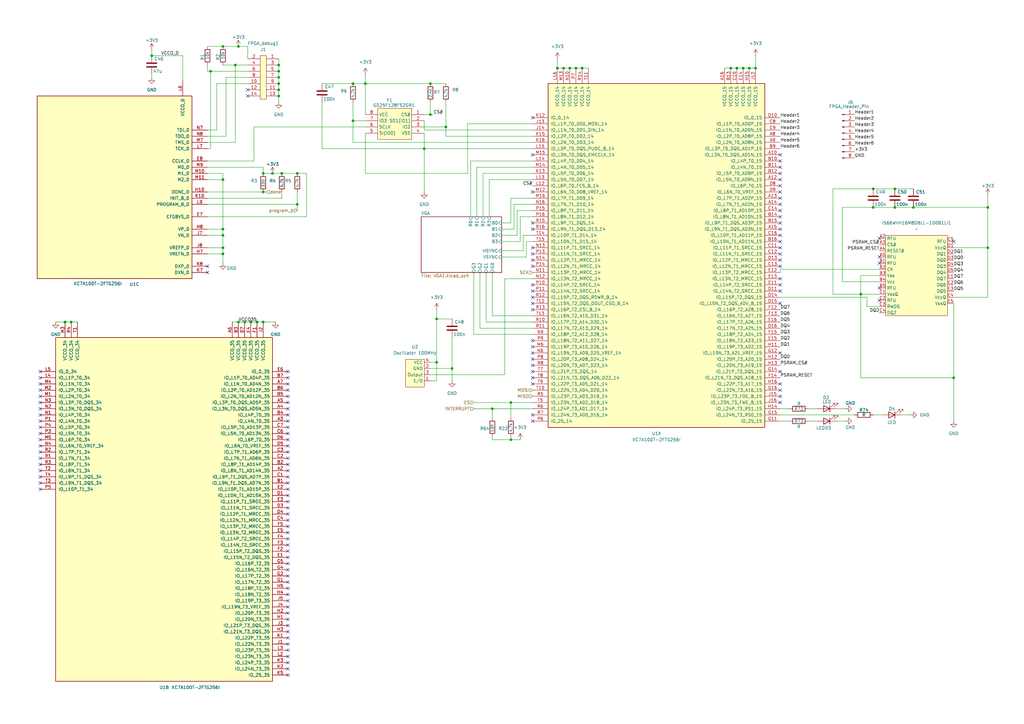
<source format=kicad_sch>
(kicad_sch (version 20250114) (generator "eeschema") (generator_version "9.0")
  (paper "A3")
  (junction (at 228.6 27.94))
  (junction (at 353.06 120.65))
  (junction (at 391.16 154.94))
  (junction (at 176.53 46.99))
  (junction (at 114.3 29.21))
  (junction (at 144.78 49.53))
  (junction (at 29.21 132.08))
  (junction (at 107.95 132.08))
  (junction (at 176.53 34.29))
  (junction (at 121.92 71.12))
  (junction (at 105.41 132.08))
  (junction (at 107.95 78.74))
  (junction (at 114.3 26.67))
  (junction (at 182.88 52.07))
  (junction (at 367.03 77.47))
  (junction (at 86.36 29.21))
  (junction (at 358.14 77.47))
  (junction (at 91.44 104.14))
  (junction (at 114.3 36.83))
  (junction (at 97.79 132.08))
  (junction (at 111.76 71.12))
  (junction (at 309.88 27.94))
  (junction (at 91.44 101.6))
  (junction (at 238.76 27.94))
  (junction (at 374.65 85.09))
  (junction (at 91.44 93.98))
  (junction (at 115.57 71.12))
  (junction (at 114.3 39.37))
  (junction (at 102.87 132.08))
  (junction (at 100.33 132.08))
  (junction (at 97.79 19.05))
  (junction (at 405.13 85.09))
  (junction (at 231.14 27.94))
  (junction (at 299.72 27.94))
  (junction (at 114.3 34.29))
  (junction (at 91.44 19.05))
  (junction (at 114.3 31.75))
  (junction (at 179.07 148.59))
  (junction (at 91.44 73.66))
  (junction (at 307.34 27.94))
  (junction (at 96.52 26.67))
  (junction (at 173.99 60.96))
  (junction (at 358.14 85.09))
  (junction (at 62.23 22.86))
  (junction (at 107.95 71.12))
  (junction (at 201.93 167.64))
  (junction (at 209.55 180.34))
  (junction (at 121.92 83.82))
  (junction (at 185.42 151.13))
  (junction (at 149.86 34.29))
  (junction (at 26.67 132.08))
  (junction (at 233.68 27.94))
  (junction (at 367.03 85.09))
  (junction (at 304.8 27.94))
  (junction (at 302.26 27.94))
  (junction (at 209.55 165.1))
  (junction (at 405.13 101.6))
  (junction (at 144.78 34.29))
  (junction (at 91.44 96.52))
  (junction (at 236.22 27.94))
  (junction (at 179.07 130.81))
  (no_connect (at 16.51 193.04))
  (no_connect (at 218.44 63.5))
  (no_connect (at 218.44 91.44))
  (no_connect (at 16.51 177.8))
  (no_connect (at 118.11 152.4))
  (no_connect (at 320.04 162.56))
  (no_connect (at 218.44 106.68))
  (no_connect (at 320.04 116.84))
  (no_connect (at 16.51 165.1))
  (no_connect (at 101.6 36.83))
  (no_connect (at 360.68 123.19))
  (no_connect (at 320.04 63.5))
  (no_connect (at 118.11 177.8))
  (no_connect (at 118.11 182.88))
  (no_connect (at 118.11 276.86))
  (no_connect (at 118.11 241.3))
  (no_connect (at 320.04 114.3))
  (no_connect (at 118.11 248.92))
  (no_connect (at 16.51 180.34))
  (no_connect (at 320.04 81.28))
  (no_connect (at 16.51 198.12))
  (no_connect (at 118.11 238.76))
  (no_connect (at 360.68 105.41))
  (no_connect (at 118.11 236.22))
  (no_connect (at 118.11 195.58))
  (no_connect (at 320.04 109.22))
  (no_connect (at 118.11 251.46))
  (no_connect (at 118.11 200.66))
  (no_connect (at 118.11 220.98))
  (no_connect (at 118.11 157.48))
  (no_connect (at 218.44 109.22))
  (no_connect (at 118.11 190.5))
  (no_connect (at 16.51 190.5))
  (no_connect (at 16.51 167.64))
  (no_connect (at 118.11 274.32))
  (no_connect (at 320.04 165.1))
  (no_connect (at 218.44 78.74))
  (no_connect (at 118.11 205.74))
  (no_connect (at 320.04 83.82))
  (no_connect (at 16.51 157.48))
  (no_connect (at 218.44 152.4))
  (no_connect (at 218.44 147.32))
  (no_connect (at 118.11 218.44))
  (no_connect (at 118.11 154.94))
  (no_connect (at 218.44 93.98))
  (no_connect (at 218.44 139.7))
  (no_connect (at 218.44 48.26))
  (no_connect (at 320.04 88.9))
  (no_connect (at 320.04 157.48))
  (no_connect (at 118.11 162.56))
  (no_connect (at 16.51 182.88))
  (no_connect (at 320.04 93.98))
  (no_connect (at 118.11 231.14))
  (no_connect (at 218.44 157.48))
  (no_connect (at 218.44 116.84))
  (no_connect (at 320.04 152.4))
  (no_connect (at 360.68 97.79))
  (no_connect (at 320.04 73.66))
  (no_connect (at 320.04 91.44))
  (no_connect (at 118.11 269.24))
  (no_connect (at 118.11 208.28))
  (no_connect (at 320.04 76.2))
  (no_connect (at 118.11 213.36))
  (no_connect (at 118.11 203.2))
  (no_connect (at 320.04 160.02))
  (no_connect (at 101.6 39.37))
  (no_connect (at 118.11 271.78))
  (no_connect (at 16.51 172.72))
  (no_connect (at 118.11 170.18))
  (no_connect (at 320.04 144.78))
  (no_connect (at 218.44 170.18))
  (no_connect (at 218.44 172.72))
  (no_connect (at 218.44 154.94))
  (no_connect (at 16.51 195.58))
  (no_connect (at 118.11 160.02))
  (no_connect (at 118.11 210.82))
  (no_connect (at 118.11 215.9))
  (no_connect (at 218.44 144.78))
  (no_connect (at 320.04 124.46))
  (no_connect (at 16.51 185.42))
  (no_connect (at 118.11 256.54))
  (no_connect (at 16.51 170.18))
  (no_connect (at 118.11 259.08))
  (no_connect (at 16.51 160.02))
  (no_connect (at 118.11 223.52))
  (no_connect (at 218.44 127))
  (no_connect (at 118.11 228.6))
  (no_connect (at 16.51 162.56))
  (no_connect (at 320.04 86.36))
  (no_connect (at 391.16 99.06))
  (no_connect (at 218.44 119.38))
  (no_connect (at 218.44 121.92))
  (no_connect (at 85.09 111.76))
  (no_connect (at 118.11 198.12))
  (no_connect (at 118.11 167.64))
  (no_connect (at 118.11 172.72))
  (no_connect (at 16.51 175.26))
  (no_connect (at 118.11 165.1))
  (no_connect (at 118.11 246.38))
  (no_connect (at 320.04 68.58))
  (no_connect (at 16.51 200.66))
  (no_connect (at 320.04 104.14))
  (no_connect (at 118.11 233.68))
  (no_connect (at 118.11 175.26))
  (no_connect (at 320.04 119.38))
  (no_connect (at 320.04 78.74))
  (no_connect (at 16.51 187.96))
  (no_connect (at 118.11 254))
  (no_connect (at 360.68 118.11))
  (no_connect (at 320.04 71.12))
  (no_connect (at 320.04 101.6))
  (no_connect (at 16.51 154.94))
  (no_connect (at 118.11 180.34))
  (no_connect (at 320.04 99.06))
  (no_connect (at 218.44 124.46))
  (no_connect (at 218.44 142.24))
  (no_connect (at 85.09 109.22))
  (no_connect (at 118.11 243.84))
  (no_connect (at 320.04 66.04))
  (no_connect (at 118.11 185.42))
  (no_connect (at 218.44 101.6))
  (no_connect (at 118.11 226.06))
  (no_connect (at 360.68 107.95))
  (no_connect (at 320.04 96.52))
  (no_connect (at 118.11 264.16))
  (no_connect (at 16.51 152.4))
  (no_connect (at 320.04 106.68))
  (no_connect (at 218.44 149.86))
  (no_connect (at 118.11 261.62))
  (no_connect (at 118.11 266.7))
  (no_connect (at 118.11 193.04))
  (no_connect (at 118.11 187.96))
  (no_connect (at 218.44 104.14))
  (wire (pts (xy 201.93 171.45) (xy 201.93 167.64)))
  (wire (pts (xy 179.07 127) (xy 179.07 130.81)))
  (wire (pts (xy 97.79 132.08) (xy 100.33 132.08)))
  (wire (pts (xy 405.13 85.09) (xy 405.13 80.01)))
  (wire (pts (xy 331.47 167.64) (xy 335.28 167.64)))
  (wire (pts (xy 179.07 130.81) (xy 185.42 130.81)))
  (wire (pts (xy 214.63 96.52) (xy 214.63 102.87)))
  (wire (pts (xy 218.44 66.04) (xy 193.04 66.04)))
  (wire (pts (xy 309.88 22.86) (xy 309.88 27.94)))
  (wire (pts (xy 179.07 130.81) (xy 179.07 148.59)))
  (wire (pts (xy 199.39 132.08) (xy 199.39 111.76)))
  (wire (pts (xy 215.9 105.41) (xy 215.9 99.06)))
  (wire (pts (xy 201.93 167.64) (xy 218.44 167.64)))
  (wire (pts (xy 209.55 180.34) (xy 213.36 180.34)))
  (wire (pts (xy 304.8 27.94) (xy 307.34 27.94)))
  (wire (pts (xy 185.42 151.13) (xy 185.42 156.21)))
  (wire (pts (xy 125.73 88.9) (xy 125.73 71.12)))
  (wire (pts (xy 86.36 29.21) (xy 101.6 29.21)))
  (wire (pts (xy 307.34 27.94) (xy 309.88 27.94)))
  (wire (pts (xy 91.44 73.66) (xy 91.44 93.98)))
  (wire (pts (xy 191.77 71.12) (xy 149.86 71.12)))
  (wire (pts (xy 114.3 39.37) (xy 114.3 41.91)))
  (wire (pts (xy 173.99 49.53) (xy 173.99 53.34)))
  (wire (pts (xy 92.71 31.75) (xy 101.6 31.75)))
  (wire (pts (xy 62.23 20.32) (xy 62.23 22.86)))
  (wire (pts (xy 107.95 78.74) (xy 109.22 78.74)))
  (wire (pts (xy 353.06 120.65) (xy 360.68 120.65)))
  (wire (pts (xy 205.74 105.41) (xy 215.9 105.41)))
  (wire (pts (xy 367.03 77.47) (xy 374.65 77.47)))
  (wire (pts (xy 369.57 170.18) (xy 373.38 170.18)))
  (wire (pts (xy 358.14 85.09) (xy 367.03 85.09)))
  (wire (pts (xy 179.07 148.59) (xy 176.53 148.59)))
  (wire (pts (xy 218.44 132.08) (xy 199.39 132.08)))
  (wire (pts (xy 95.25 132.08) (xy 97.79 132.08)))
  (wire (pts (xy 96.52 26.67) (xy 101.6 26.67)))
  (wire (pts (xy 209.55 180.34) (xy 209.55 179.07)))
  (wire (pts (xy 320.04 121.92) (xy 355.6 121.92)))
  (wire (pts (xy 182.88 52.07) (xy 182.88 55.88)))
  (wire (pts (xy 144.78 49.53) (xy 144.78 41.91)))
  (wire (pts (xy 218.44 137.16) (xy 194.31 137.16)))
  (wire (pts (xy 353.06 154.94) (xy 391.16 154.94)))
  (wire (pts (xy 149.86 49.53) (xy 144.78 49.53)))
  (wire (pts (xy 405.13 121.92) (xy 405.13 101.6)))
  (wire (pts (xy 353.06 120.65) (xy 353.06 154.94)))
  (wire (pts (xy 198.12 71.12) (xy 198.12 88.9)))
  (wire (pts (xy 302.26 27.94) (xy 304.8 27.94)))
  (wire (pts (xy 210.82 93.98) (xy 205.74 93.98)))
  (wire (pts (xy 115.57 78.74) (xy 115.57 81.28)))
  (wire (pts (xy 88.9 53.34) (xy 85.09 53.34)))
  (wire (pts (xy 207.01 153.67) (xy 176.53 153.67)))
  (wire (pts (xy 176.53 46.99) (xy 177.8 46.99)))
  (wire (pts (xy 207.01 114.3) (xy 218.44 114.3)))
  (wire (pts (xy 360.68 113.03) (xy 353.06 113.03)))
  (wire (pts (xy 176.53 34.29) (xy 149.86 34.29)))
  (wire (pts (xy 209.55 171.45) (xy 209.55 165.1)))
  (wire (pts (xy 104.14 66.04) (xy 104.14 52.07)))
  (wire (pts (xy 107.95 132.08) (xy 113.03 132.08)))
  (wire (pts (xy 107.95 71.12) (xy 111.76 71.12)))
  (wire (pts (xy 97.79 19.05) (xy 101.6 19.05)))
  (wire (pts (xy 218.44 71.12) (xy 198.12 71.12)))
  (wire (pts (xy 176.53 41.91) (xy 176.53 46.99)))
  (wire (pts (xy 85.09 78.74) (xy 107.95 78.74)))
  (wire (pts (xy 74.93 22.86) (xy 62.23 22.86)))
  (wire (pts (xy 114.3 36.83) (xy 114.3 39.37)))
  (wire (pts (xy 207.01 153.67) (xy 207.01 114.3)))
  (wire (pts (xy 85.09 88.9) (xy 125.73 88.9)))
  (wire (pts (xy 173.99 60.96) (xy 218.44 60.96)))
  (wire (pts (xy 209.55 81.28) (xy 218.44 81.28)))
  (wire (pts (xy 213.36 99.06) (xy 205.74 99.06)))
  (wire (pts (xy 85.09 101.6) (xy 91.44 101.6)))
  (wire (pts (xy 85.09 29.21) (xy 86.36 29.21)))
  (wire (pts (xy 196.85 134.62) (xy 218.44 134.62)))
  (wire (pts (xy 331.47 172.72) (xy 335.28 172.72)))
  (wire (pts (xy 360.68 115.57) (xy 345.44 115.57)))
  (wire (pts (xy 102.87 132.08) (xy 105.41 132.08)))
  (wire (pts (xy 132.08 41.91) (xy 132.08 60.96)))
  (wire (pts (xy 205.74 96.52) (xy 212.09 96.52)))
  (wire (pts (xy 353.06 113.03) (xy 353.06 120.65)))
  (wire (pts (xy 85.09 71.12) (xy 91.44 71.12)))
  (wire (pts (xy 297.18 27.94) (xy 299.72 27.94)))
  (wire (pts (xy 191.77 50.8) (xy 191.77 71.12)))
  (wire (pts (xy 320.04 172.72) (xy 323.85 172.72)))
  (wire (pts (xy 86.36 29.21) (xy 86.36 60.96)))
  (wire (pts (xy 201.93 129.54) (xy 218.44 129.54)))
  (wire (pts (xy 144.78 34.29) (xy 149.86 34.29)))
  (wire (pts (xy 96.52 58.42) (xy 96.52 26.67)))
  (wire (pts (xy 194.31 165.1) (xy 209.55 165.1)))
  (wire (pts (xy 92.71 55.88) (xy 92.71 31.75)))
  (wire (pts (xy 149.86 30.48) (xy 149.86 34.29)))
  (wire (pts (xy 85.09 68.58) (xy 107.95 68.58)))
  (wire (pts (xy 320.04 167.64) (xy 323.85 167.64)))
  (wire (pts (xy 149.86 71.12) (xy 149.86 54.61)))
  (wire (pts (xy 85.09 93.98) (xy 91.44 93.98)))
  (wire (pts (xy 114.3 29.21) (xy 114.3 31.75)))
  (wire (pts (xy 196.85 111.76) (xy 196.85 134.62)))
  (wire (pts (xy 374.65 85.09) (xy 405.13 85.09)))
  (wire (pts (xy 233.68 27.94) (xy 236.22 27.94)))
  (wire (pts (xy 218.44 58.42) (xy 144.78 58.42)))
  (wire (pts (xy 320.04 110.49) (xy 320.04 111.76)))
  (wire (pts (xy 115.57 71.12) (xy 121.92 71.12)))
  (wire (pts (xy 114.3 31.75) (xy 114.3 34.29)))
  (wire (pts (xy 236.22 27.94) (xy 238.76 27.94)))
  (wire (pts (xy 149.86 34.29) (xy 149.86 46.99)))
  (wire (pts (xy 62.23 30.48) (xy 62.23 31.75)))
  (wire (pts (xy 358.14 77.47) (xy 341.63 77.47)))
  (wire (pts (xy 29.21 132.08) (xy 31.75 132.08)))
  (wire (pts (xy 91.44 19.05) (xy 97.79 19.05)))
  (wire (pts (xy 342.9 167.64) (xy 346.71 167.64)))
  (wire (pts (xy 173.99 60.96) (xy 173.99 78.74)))
  (wire (pts (xy 85.09 73.66) (xy 91.44 73.66)))
  (wire (pts (xy 341.63 77.47) (xy 341.63 120.65)))
  (wire (pts (xy 85.09 29.21) (xy 85.09 26.67)))
  (wire (pts (xy 218.44 83.82) (xy 210.82 83.82)))
  (wire (pts (xy 195.58 68.58) (xy 218.44 68.58)))
  (wire (pts (xy 85.09 60.96) (xy 86.36 60.96)))
  (wire (pts (xy 345.44 85.09) (xy 358.14 85.09)))
  (wire (pts (xy 194.31 137.16) (xy 194.31 111.76)))
  (wire (pts (xy 85.09 55.88) (xy 92.71 55.88)))
  (wire (pts (xy 74.93 33.02) (xy 74.93 22.86)))
  (wire (pts (xy 111.76 71.12) (xy 115.57 71.12)))
  (wire (pts (xy 201.93 180.34) (xy 201.93 179.07)))
  (wire (pts (xy 85.09 66.04) (xy 104.14 66.04)))
  (wire (pts (xy 91.44 26.67) (xy 96.52 26.67)))
  (wire (pts (xy 101.6 19.05) (xy 101.6 24.13)))
  (wire (pts (xy 121.92 83.82) (xy 121.92 86.36)))
  (wire (pts (xy 185.42 151.13) (xy 185.42 138.43)))
  (wire (pts (xy 176.53 151.13) (xy 185.42 151.13)))
  (wire (pts (xy 214.63 102.87) (xy 205.74 102.87)))
  (wire (pts (xy 209.55 180.34) (xy 201.93 180.34)))
  (wire (pts (xy 144.78 58.42) (xy 144.78 49.53)))
  (wire (pts (xy 22.86 132.08) (xy 26.67 132.08)))
  (wire (pts (xy 201.93 167.64) (xy 194.31 167.64)))
  (wire (pts (xy 91.44 19.05) (xy 85.09 19.05)))
  (wire (pts (xy 195.58 88.9) (xy 195.58 68.58)))
  (wire (pts (xy 405.13 101.6) (xy 405.13 85.09)))
  (wire (pts (xy 193.04 66.04) (xy 193.04 88.9)))
  (wire (pts (xy 201.93 111.76) (xy 201.93 129.54)))
  (wire (pts (xy 391.16 101.6) (xy 405.13 101.6)))
  (wire (pts (xy 218.44 96.52) (xy 214.63 96.52)))
  (wire (pts (xy 85.09 104.14) (xy 91.44 104.14)))
  (wire (pts (xy 218.44 88.9) (xy 213.36 88.9)))
  (wire (pts (xy 85.09 83.82) (xy 121.92 83.82)))
  (wire (pts (xy 91.44 71.12) (xy 91.44 73.66)))
  (wire (pts (xy 360.68 110.49) (xy 320.04 110.49)))
  (wire (pts (xy 26.67 132.08) (xy 29.21 132.08)))
  (wire (pts (xy 299.72 27.94) (xy 302.26 27.94)))
  (wire (pts (xy 367.03 85.09) (xy 374.65 85.09)))
  (wire (pts (xy 358.14 170.18) (xy 361.95 170.18)))
  (wire (pts (xy 100.33 132.08) (xy 102.87 132.08)))
  (wire (pts (xy 173.99 54.61) (xy 173.99 60.96)))
  (wire (pts (xy 179.07 148.59) (xy 179.07 156.21)))
  (wire (pts (xy 213.36 88.9) (xy 213.36 99.06)))
  (wire (pts (xy 345.44 115.57) (xy 345.44 85.09)))
  (wire (pts (xy 212.09 96.52) (xy 212.09 86.36)))
  (wire (pts (xy 132.08 34.29) (xy 144.78 34.29)))
  (wire (pts (xy 355.6 121.92) (xy 355.6 125.73)))
  (wire (pts (xy 200.66 73.66) (xy 218.44 73.66)))
  (wire (pts (xy 107.95 68.58) (xy 107.95 71.12)))
  (wire (pts (xy 179.07 156.21) (xy 176.53 156.21)))
  (wire (pts (xy 104.14 52.07) (xy 149.86 52.07)))
  (wire (pts (xy 228.6 24.13) (xy 228.6 27.94)))
  (wire (pts (xy 391.16 154.94) (xy 391.16 172.72)))
  (wire (pts (xy 91.44 93.98) (xy 91.44 96.52)))
  (wire (pts (xy 320.04 170.18) (xy 350.52 170.18)))
  (wire (pts (xy 88.9 34.29) (xy 101.6 34.29)))
  (wire (pts (xy 105.41 132.08) (xy 107.95 132.08)))
  (wire (pts (xy 355.6 125.73) (xy 360.68 125.73)))
  (wire (pts (xy 132.08 60.96) (xy 173.99 60.96)))
  (wire (pts (xy 210.82 83.82) (xy 210.82 93.98)))
  (wire (pts (xy 85.09 58.42) (xy 96.52 58.42)))
  (wire (pts (xy 125.73 71.12) (xy 121.92 71.12)))
  (wire (pts (xy 91.44 96.52) (xy 91.44 101.6)))
  (wire (pts (xy 205.74 91.44) (xy 209.55 91.44)))
  (wire (pts (xy 391.16 121.92) (xy 405.13 121.92)))
  (wire (pts (xy 121.92 83.82) (xy 121.92 78.74)))
  (wire (pts (xy 391.16 124.46) (xy 391.16 154.94)))
  (wire (pts (xy 85.09 81.28) (xy 115.57 81.28)))
  (wire (pts (xy 182.88 34.29) (xy 176.53 34.29)))
  (wire (pts (xy 238.76 27.94) (xy 241.3 27.94)))
  (wire (pts (xy 173.99 52.07) (xy 182.88 52.07)))
  (wire (pts (xy 209.55 91.44) (xy 209.55 81.28)))
  (wire (pts (xy 231.14 27.94) (xy 233.68 27.94)))
  (wire (pts (xy 341.63 120.65) (xy 353.06 120.65)))
  (wire (pts (xy 218.44 53.34) (xy 173.99 53.34)))
  (wire (pts (xy 91.44 104.14) (xy 91.44 107.95)))
  (wire (pts (xy 182.88 55.88) (xy 218.44 55.88)))
  (wire (pts (xy 176.53 46.99) (xy 173.99 46.99)))
  (wire (pts (xy 114.3 26.67) (xy 114.3 29.21)))
  (wire (pts (xy 358.14 77.47) (xy 367.03 77.47)))
  (wire (pts (xy 182.88 52.07) (xy 182.88 41.91)))
  (wire (pts (xy 91.44 101.6) (xy 91.44 104.14)))
  (wire (pts (xy 228.6 27.94) (xy 231.14 27.94)))
  (wire (pts (xy 209.55 165.1) (xy 218.44 165.1)))
  (wire (pts (xy 88.9 34.29) (xy 88.9 53.34)))
  (wire (pts (xy 342.9 172.72) (xy 346.71 172.72)))
  (wire (pts (xy 85.09 96.52) (xy 91.44 96.52)))
  (wire (pts (xy 200.66 88.9) (xy 200.66 73.66)))
  (wire (pts (xy 114.3 34.29) (xy 114.3 36.83)))
  (wire (pts (xy 215.9 99.06) (xy 218.44 99.06)))
  (wire (pts (xy 212.09 86.36) (xy 218.44 86.36)))
  (wire (pts (xy 218.44 50.8) (xy 191.77 50.8)))
  (wire (pts (xy 114.3 24.13) (xy 114.3 26.67)))
  (label "DQ6" (at 391.16 116.84 0))
  (label "PSRAM_RESET" (at 360.68 102.87 180))
  (label "Header6" (at 320.04 60.96 0))
  (label "VCCO_0" (at 66.04 22.86 0))
  (label "Header5" (at 350.52 57.15 0))
  (label "Header4" (at 350.52 54.61 0))
  (label "DQ0" (at 320.04 147.32 0))
  (label "+3V3" (at 350.52 62.23 0))
  (label "Header1" (at 350.52 46.99 0))
  (label "DQ5" (at 391.16 119.38 0))
  (label "PSRAM_CS#" (at 360.68 100.33 180))
  (label "Header2" (at 350.52 49.53 0))
  (label "DQ5" (at 320.04 132.08 0))
  (label "Header5" (at 320.04 58.42 0))
  (label "DQ2" (at 320.04 139.7 0))
  (label "DQ3" (at 320.04 137.16 0))
  (label "Header2" (at 320.04 50.8 0))
  (label "DQ1" (at 391.16 104.14 0))
  (label "DQ4" (at 320.04 134.62 0))
  (label "DQ1" (at 320.04 142.24 0))
  (label "Header3" (at 350.52 52.07 0))
  (label "Header1" (at 320.04 48.26 0))
  (label "DQ7" (at 320.04 127 0))
  (label "GND" (at 350.52 64.77 0))
  (label "DQ6" (at 320.04 129.54 0))
  (label "DQ7" (at 391.16 114.3 0))
  (label "CS#" (at 218.44 76.2 180))
  (label "Header4" (at 320.04 55.88 0))
  (label "CS#" (at 177.8 46.99 0))
  (label "DQ3" (at 391.16 109.22 0))
  (label "Header3" (at 320.04 53.34 0))
  (label "VCCO35" (at 97.79 132.08 0))
  (label "Header6" (at 350.52 59.69 0))
  (label "PSRAM_RESET" (at 320.04 154.94 0))
  (label "DQ4" (at 391.16 111.76 0))
  (label "PSRAM_CS#" (at 320.04 149.86 0))
  (label "DQ2" (at 360.68 128.27 180))
  (label "DQ0" (at 391.16 106.68 0))
  (hierarchical_label "MISO" (shape input) (at 218.44 162.56 180))
  (hierarchical_label "done" (shape input) (at 109.22 78.74 0))
  (hierarchical_label "SCK" (shape input) (at 218.44 111.76 180))
  (hierarchical_label "INTERRUPT" (shape input) (at 194.31 167.64 180))
  (hierarchical_label "program_b" (shape input) (at 121.92 86.36 180))
  (hierarchical_label "MOSI" (shape input) (at 218.44 160.02 180))
  (hierarchical_label "CS" (shape input) (at 194.31 165.1 180))
  (symbol (lib_id "power:+3V3") (at 149.86 30.48 0) (unit 1)
    (property "Reference" "#PWR024" (effects (hide yes)))
    (property "Value" "+3V3" (at 149.86 25.4 0))
    (property "Description" "Power symbol creates a global label with name \"+3V3\"" (effects (hide yes)))
  )
  (symbol (lib_id "XC7A100T-2FTG256I:CWX813-100.0M") (at 173.99 144.78 0) (mirror y) (unit 1)
    (property "Reference" "U2" (at 170.18 142.24 0))
    (property "Value" "Oscillator 100MHz" (at 170.18 144.78 0))
    (property "Footprint" "tegnebrett_modules:CWX813-100.0M_CNW" (effects (hide yes)))
  )
  (symbol (lib_id "Device:R") (at 121.92 74.93 0) (unit 1)
    (property "Reference" "R5" (at 116.84 74.168 0) (effects (justify left)))
    (property "Value" "4.7k" (at 121.92 76.962 90) (effects (font (size 1.143 1.143)) (justify left)))
    (property "Description" "Resistor" (effects (hide yes)))
  )
  (symbol (lib_id "Device:R") (at 91.44 22.86 180) (unit 1)
    (property "Reference" "R2" (at 89.408 22.098 90) (effects (justify left)))
    (property "Value" "10k" (at 91.44 21.082 90) (effects (font (size 1.143 1.143)) (justify left)))
    (property "Description" "Resistor" (effects (hide yes)))
  )
  (symbol (lib_id "Device:R") (at 209.55 175.26 0) (unit 1)
    (property "Reference" "R22" (at 204.47 175.768 0) (effects (justify left)))
    (property "Value" "4.7k" (at 209.55 177.292 90) (effects (font (size 1.143 1.143)) (justify left)))
    (property "Description" "Resistor" (effects (hide yes)))
  )
  (symbol (lib_id "power:+3V3") (at 405.13 80.01 0) (mirror y) (unit 1)
    (property "Reference" "#PWR031" (effects (hide yes)))
    (property "Value" "+3V3" (at 405.13 76.2 0))
    (property "Description" "Power symbol creates a global label with name \"+3V3\"" (effects (hide yes)))
  )
  (symbol (lib_id "power:+3V3") (at 97.79 19.05 0) (unit 1)
    (property "Reference" "#PWR020" (effects (hide yes)))
    (property "Value" "+3V3" (at 97.79 15.24 0))
    (property "Description" "Power symbol creates a global label with name \"+3V3\"" (effects (hide yes)))
  )
  (symbol (lib_id "power:GND") (at 391.16 172.72 0) (unit 1)
    (property "Reference" "#PWR030" (effects (hide yes)))
    (property "Value" "GND" (at 391.16 177.8 0))
    (property "Description" "Power symbol creates a global label with name \"GND\" , ground" (effects (hide yes)))
  )
  (symbol (lib_id "Device:LED") (at 365.76 170.18 180) (unit 1)
    (property "Reference" "D4" (at 365.76 167.64 0))
    (property "Value" "LED" (at 365.76 173.228 0))
    (property "Description" "Light emitting diode" (effects (hide yes)))
    (property "Sim.Pins" "1=K 2=A" (effects (hide yes)))
  )
  (symbol (lib_id "power:GND") (at 113.03 132.08 0) (unit 1)
    (property "Reference" "#PWR023" (effects (hide yes)))
    (property "Value" "GND" (at 113.03 137.16 0))
    (property "Description" "Power symbol creates a global label with name \"GND\" , ground" (effects (hide yes)))
  )
  (symbol (lib_id "Device:R") (at 144.78 38.1 0) (unit 1)
    (property "Reference" "R6" (at 139.7 37.338 0) (effects (justify left)))
    (property "Value" "4.7k" (at 144.78 40.132 90) (effects (font (size 1.143 1.143)) (justify left)))
    (property "Description" "Resistor" (effects (hide yes)))
  )
  (symbol (lib_id "Device:C") (at 132.08 38.1 0) (unit 1)
    (property "Reference" "C47" (at 133.096 35.56 0) (effects (justify left)))
    (property "Value" "100n" (at 132.588 40.64 0) (effects (justify left)))
    (property "Description" "Unpolarized capacitor" (effects (hide yes)))
  )
  (symbol (lib_id "Device:R") (at 327.66 172.72 90) (unit 1)
    (property "Reference" "R73" (at 327.66 172.72 90))
    (property "Value" "R" (at 327.66 175.006 90))
    (property "Description" "Resistor" (effects (hide yes)))
  )
  (symbol (lib_id "power:+3V3") (at 62.23 20.32 0) (unit 1)
    (property "Reference" "#PWR017" (effects (hide yes)))
    (property "Value" "+3V3" (at 62.23 16.51 0))
    (property "Description" "Power symbol creates a global label with name \"+3V3\"" (effects (hide yes)))
  )
  (symbol (lib_id "power:+3V3") (at 111.76 71.12 0) (unit 1)
    (property "Reference" "#PWR021" (effects (hide yes)))
    (property "Value" "+3V3" (at 111.76 67.31 0))
    (property "Description" "Power symbol creates a global label with name \"+3V3\"" (effects (hide yes)))
  )
  (symbol (lib_id "power:GND") (at 91.44 107.95 0) (unit 1)
    (property "Reference" "#PWR019" (effects (hide yes)))
    (property "Value" "GND" (at 94.996 109.982 0))
    (property "Description" "Power symbol creates a global label with name \"GND\" , ground" (effects (hide yes)))
  )
  (symbol (lib_id "Device:C") (at 367.03 81.28 0) (unit 1)
    (property "Reference" "C50" (at 368.046 78.74 0) (effects (justify left)))
    (property "Value" "100n" (at 367.538 83.82 0) (effects (justify left)))
    (property "Description" "Unpolarized capacitor" (effects (hide yes)))
  )
  (symbol (lib_id "power:+3V3") (at 213.36 180.34 0) (unit 1)
    (property "Reference" "#PWR04" (effects (hide yes)))
    (property "Value" "+3V3" (at 213.36 175.26 0))
    (property "Description" "Power symbol creates a global label with name \"+3V3\"" (effects (hide yes)))
  )
  (symbol (lib_id "power:GND") (at 114.3 41.91 0) (unit 1)
    (property "Reference" "#PWR022" (effects (hide yes)))
    (property "Value" "GND" (at 114.3 46.99 0))
    (property "Description" "Power symbol creates a global label with name \"GND\" , ground" (effects (hide yes)))
  )
  (symbol (lib_id "power:+3V3") (at 228.6 24.13 0) (unit 1)
    (property "Reference" "#PWR028" (effects (hide yes)))
    (property "Value" "+3V3" (at 228.6 19.05 0))
    (property "Description" "Power symbol creates a global label with name \"+3V3\"" (effects (hide yes)))
  )
  (symbol (lib_id "power:+3V3") (at 179.07 127 0) (unit 1)
    (property "Reference" "#PWR026" (effects (hide yes)))
    (property "Value" "+3V3" (at 179.07 121.92 0))
    (property "Description" "Power symbol creates a global label with name \"+3V3\"" (effects (hide yes)))
  )
  (symbol (lib_id "Connector:Conn_01x08_Pin") (at 345.44 54.61 0) (unit 1)
    (property "Reference" "J6" (at 348.742 41.91 0))
    (property "Value" "FPGA_Header_Pin" (at 348.234 43.688 0))
    (property "Footprint" "Connector_PinHeader_2.54mm:PinHeader_1x08_P2.54mm_Vertical" (effects (hide yes)))
    (property "Description" "Generic connector, single row, 01x08, script generated" (effects (hide yes)))
  )
  (symbol (lib_id "Device:R") (at 327.66 167.64 90) (unit 1)
    (property "Reference" "R72" (at 327.66 167.64 90))
    (property "Value" "R" (at 327.66 165.608 90))
    (property "Description" "Resistor" (effects (hide yes)))
  )
  (symbol (lib_id "power:GND") (at 173.99 78.74 0) (unit 1)
    (property "Reference" "#PWR025" (effects (hide yes)))
    (property "Value" "GND" (at 173.99 83.82 0))
    (property "Description" "Power symbol creates a global label with name \"GND\" , ground" (effects (hide yes)))
  )
  (symbol (lib_id "Device:R") (at 115.57 74.93 0) (unit 1)
    (property "Reference" "R4" (at 110.49 74.168 0) (effects (justify left)))
    (property "Value" "4.7k" (at 115.57 76.962 90) (effects (font (size 1.143 1.143)) (justify left)))
    (property "Description" "Resistor" (effects (hide yes)))
  )
  (symbol (lib_id "FPGA_Xilinx_Artix7:XC7A100T-FTG256") (at 269.24 101.6 0) (unit 1)
    (property "Reference" "U1" (at 269.24 177.8 0))
    (property "Value" "XC7A100T-2FTG256I" (at 269.24 180.34 0))
    (property "Description" "Artix 7 T 100 XC7A100T-FTG256" (effects (hide yes)))
  )
  (symbol (lib_id "power:GND") (at 22.86 132.08 0) (unit 1)
    (property "Reference" "#PWR064" (effects (hide yes)))
    (property "Value" "GND" (at 22.86 137.16 0))
    (property "Description" "Power symbol creates a global label with name \"GND\" , ground" (effects (hide yes)))
  )
  (symbol (lib_id "Device:C") (at 62.23 26.67 0) (unit 1)
    (property "Reference" "C46" (at 63.246 24.13 0) (effects (justify left)))
    (property "Value" "47u" (at 62.738 29.21 0) (effects (justify left)))
    (property "Description" "Unpolarized capacitor" (effects (hide yes)))
  )
  (symbol (lib_id "Device:C") (at 358.14 81.28 0) (unit 1)
    (property "Reference" "C49" (at 359.156 78.74 0) (effects (justify left)))
    (property "Value" "100n" (at 358.648 83.82 0) (effects (justify left)))
    (property "Description" "Unpolarized capacitor" (effects (hide yes)))
  )
  (symbol (lib_id "FPGA_Xilinx_Artix7:XC7A100T-FTG256") (at 67.31 205.74 0) (unit 2)
    (property "Reference" "U1" (at 67.31 281.94 0))
    (property "Value" "XC7A100T-2FTG256I" (at 80.264 281.94 0))
    (property "Description" "Artix 7 T 100 XC7A100T-FTG256" (effects (hide yes)))
  )
  (symbol (lib_id "Device:R") (at 354.33 170.18 90) (unit 1)
    (property "Reference" "R74" (at 354.33 168.148 90))
    (property "Value" "R" (at 354.33 170.18 90))
    (property "Description" "Resistor" (effects (hide yes)))
  )
  (symbol (lib_id "Device:R") (at 85.09 22.86 180) (unit 1)
    (property "Reference" "R1" (at 83.058 22.098 90) (effects (justify left)))
    (property "Value" "10k" (at 85.09 21.082 90) (effects (font (size 1.143 1.143)) (justify left)))
    (property "Description" "Resistor" (effects (hide yes)))
  )
  (symbol (lib_id "Device:LED") (at 339.09 167.64 180) (unit 1)
    (property "Reference" "D2" (at 338.836 163.068 0))
    (property "Value" "LED" (at 339.09 164.846 0))
    (property "Description" "Light emitting diode" (effects (hide yes)))
    (property "Sim.Pins" "1=K 2=A" (effects (hide yes)))
  )
  (symbol (lib_id "Device:C") (at 374.65 81.28 0) (unit 1)
    (property "Reference" "C51" (at 375.666 78.74 0) (effects (justify left)))
    (property "Value" "100n" (at 375.158 83.82 0) (effects (justify left)))
    (property "Description" "Unpolarized capacitor" (effects (hide yes)))
  )
  (symbol (lib_id "power:+3V3") (at 309.88 22.86 0) (unit 1)
    (property "Reference" "#PWR029" (effects (hide yes)))
    (property "Value" "+3V3" (at 309.88 17.78 0))
    (property "Description" "Power symbol creates a global label with name \"+3V3\"" (effects (hide yes)))
  )
  (symbol (lib_id "Device:R") (at 176.53 38.1 0) (unit 1)
    (property "Reference" "R7" (at 177.8 37.846 0) (effects (justify left)))
    (property "Value" "2.4k" (at 176.53 40.132 90) (effects (font (size 1.143 1.143)) (justify left)))
    (property "Description" "Resistor" (effects (hide yes)))
  )
  (symbol (lib_id "power:GND") (at 185.42 156.21 0) (mirror y) (unit 1)
    (property "Reference" "#PWR027" (effects (hide yes)))
    (property "Value" "GND" (at 185.42 161.29 0))
    (property "Description" "Power symbol creates a global label with name \"GND\" , ground" (effects (hide yes)))
  )
  (symbol (lib_id "Device:C") (at 185.42 134.62 0) (unit 1)
    (property "Reference" "C48" (at 186.436 132.08 0) (effects (justify left)))
    (property "Value" "100n" (at 185.928 137.16 0) (effects (justify left)))
    (property "Description" "Unpolarized capacitor" (effects (hide yes)))
  )
  (symbol (lib_id "power:GND") (at 373.38 170.18 90) (unit 1)
    (property "Reference" "#PWR084" (effects (hide yes)))
    (property "Value" "GND" (at 377.19 170.1799 90) (effects (justify right)))
    (property "Description" "Power symbol creates a global label with name \"GND\" , ground" (effects (hide yes)))
  )
  (symbol (lib_id "Device:R") (at 107.95 74.93 0) (unit 1)
    (property "Reference" "R3" (at 102.87 74.168 0) (effects (justify left)))
    (property "Value" "330" (at 107.95 76.962 90) (effects (font (size 1.143 1.143)) (justify left)))
    (property "Description" "Resistor" (effects (hide yes)))
  )
  (symbol (lib_id "XC7A100T-2FTG256I:IS66WVH16M8DBLL-100B1LI") (at 363.22 96.52 0) (unit 1)
    (property "Reference" "IS66WVH16M8DBLL-100B1LI1" (at 375.92 91.44 0))
    (property "Value" "~" (at 375.92 93.98 0))
  )
  (symbol (lib_id "Device:R") (at 201.93 175.26 0) (unit 1)
    (property "Reference" "R64" (at 196.85 175.768 0) (effects (justify left)))
    (property "Value" "10K" (at 201.93 177.292 90) (effects (font (size 1.143 1.143)) (justify left)))
    (property "Description" "Resistor" (effects (hide yes)))
  )
  (symbol (lib_id "power:GND") (at 346.71 167.64 90) (unit 1)
    (property "Reference" "#PWR082" (effects (hide yes)))
    (property "Value" "GND" (at 346.71 165.354 90) (effects (justify right)))
    (property "Description" "Power symbol creates a global label with name \"GND\" , ground" (effects (hide yes)))
  )
  (symbol (lib_id "Device:R") (at 182.88 38.1 0) (unit 1)
    (property "Reference" "R8" (at 185.42 36.8299 0) (effects (justify left)))
    (property "Value" "4.7k" (at 182.88 40.132 90) (effects (font (size 1.143 1.143)) (justify left)))
    (property "Description" "Resistor" (effects (hide yes)))
  )
  (symbol (lib_id "Device:LED") (at 339.09 172.72 180) (unit 1)
    (property "Reference" "D3" (at 339.598 175.514 0))
    (property "Value" "LED" (at 336.55 175.514 0))
    (property "Description" "Light emitting diode" (effects (hide yes)))
    (property "Sim.Pins" "1=K 2=A" (effects (hide yes)))
  )
  (symbol (lib_id "power:GND") (at 62.23 31.75 0) (unit 1)
    (property "Reference" "#PWR018" (effects (hide yes)))
    (property "Value" "GND" (at 62.23 36.83 0))
    (property "Description" "Power symbol creates a global label with name \"GND\" , ground" (effects (hide yes)))
  )
  (symbol (lib_id "FPGA_Xilinx_Artix7:XC7A100T-FTG256") (at 46.99 73.66 0) (unit 3)
    (property "Reference" "U1" (at 57.15 116.586 0) (effects (justify right)))
    (property "Value" "XC7A100T-2FTG256I" (at 50.038 116.332 0) (effects (justify right)))
    (property "Description" "Artix 7 T 100 XC7A100T-FTG256" (effects (hide yes)))
  )
  (symbol (lib_id "GD25F128FS2GR:FPGA_debug") (at 106.68 21.59 0) (mirror y) (unit 1)
    (property "Reference" "FPGA_debug1" (at 107.95 17.78 0))
    (property "Value" "J1" (at 107.95 20.32 0))
  )
  (symbol (lib_id "power:GND") (at 346.71 172.72 90) (unit 1)
    (property "Reference" "#PWR083" (effects (hide yes)))
    (property "Value" "GND" (at 346.71 175.26 90) (effects (justify right)))
    (property "Description" "Power symbol creates a global label with name \"GND\" , ground" (effects (hide yes)))
  )
  (symbol (lib_id "GD25F128FS2GR:GD25F128FS2GR") (at 161.29 44.45 0) (mirror y) (unit 1)
    (property "Reference" "GD25F128FS2GR1" (at 161.544 43.18 0))
    (property "Value" "F1" (at 159.766 41.148 0))
  )
  (sheet (at 172.72 88.9) (size 33.02 22.86) (stroke (width 0.1524))
    (property "Sheetname" "VGA" (at 172.72 88.1884 0) (effects (justify left bottom)))
    (property "Sheetfile" "VGA1.kicad_sch" (at 172.72 112.3446 0) (effects (justify left top)))
    (pin "B0" input (at 205.74 91.44 0))
    (pin "B2" input (at 205.74 96.52 0))
    (pin "B1" input (at 205.74 93.98 0))
    (pin "B3" input (at 205.74 99.06 0))
    (pin "G0" input (at 201.93 111.76 270))
    (pin "G1" input (at 199.39 111.76 270))
    (pin "G2" input (at 196.85 111.76 270))
    (pin "G3" input (at 194.31 111.76 270))
    (pin "R0" input (at 193.04 88.9 90))
    (pin "R1" input (at 195.58 88.9 90))
    (pin "R2" input (at 198.12 88.9 90))
    (pin "R3" input (at 200.66 88.9 90))
    (pin "VSYNC" input (at 205.74 105.41 0))
    (pin "HSYNC" input (at 205.74 102.87 0))
  )
)
</source>
